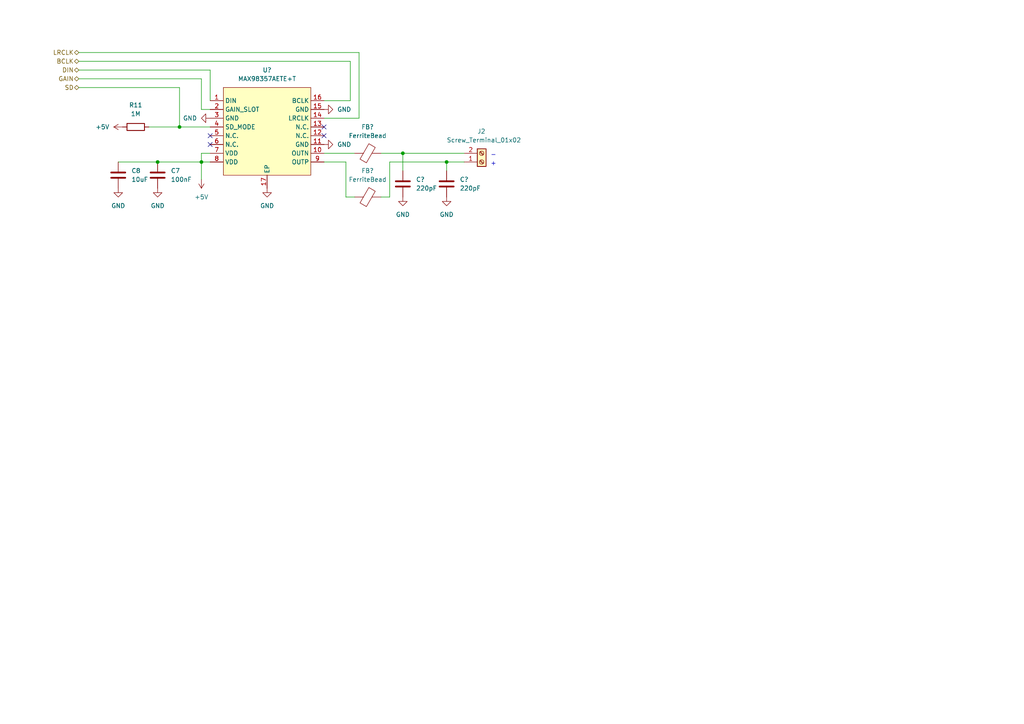
<source format=kicad_sch>
(kicad_sch (version 20230121) (generator eeschema)
  (paper "A4")
  (lib_symbols
    (symbol "Way to silence:C" (pin_numbers hide) (pin_names (offset 0.254))
      (property "Reference" "C" (at -3.81 1.27 0))
      (property "Value" "C" (at 2.54 1.27 0))
      (symbol "C_0_1"
        (polyline (pts (xy -0.762 -2.032) (xy -0.762 2.032)) (stroke (width 0.508)))
        (polyline (pts (xy 0.762 -2.032) (xy 0.762 2.032)) (stroke (width 0.508)))
      )
      (symbol "C_1_1"
        (pin passive line (at -3.81 0 0) (length 2.794) (name "~") (number "1"))
        (pin passive line (at 3.81 0 180) (length 2.794) (name "~") (number "2"))
      )
    )
    (symbol "Way to silence:FerriteBead" (pin_numbers hide) (pin_names (offset 0))
      (property "Reference" "FB" (at -0.635 -3.81 0))
      (property "Value" "FerriteBead" (at 0 3.81 0))
      (symbol "FerriteBead_0_1"
        (polyline (pts (xy -1.27 0) (xy -1.2954 0)))
        (polyline (pts (xy 1.27 0) (xy 1.2192 0)))
        (polyline (pts (xy -0.4064 -2.7686) (xy -2.2606 -1.7018) (xy 0.3048 2.7686) (xy 2.159 1.6764) (xy -0.4064 -2.7686)))
      )
      (symbol "FerriteBead_1_1"
        (pin passive line (at -3.81 0 0) (length 2.54) (name "~") (number "1"))
        (pin passive line (at 3.81 0 180) (length 2.54) (name "~") (number "2"))
      )
    )
    (symbol "Way to silence:MAX98357"
      (property "Reference" "U" (at 0 0 0))
      (property "Value" "MAX98357AETE+T" (at 0 19.05 0))
      (symbol "MAX98357_1_1"
        (rectangle (start -12.7 12.7) (end 12.7 -12.7) (fill (type background)))
        (pin passive line (at -16.51 8.89 0) (length 3.81) (name "DIN") (number "1"))
        (pin passive line (at 16.51 -6.35 180) (length 3.81) (name "OUTN") (number "10"))
        (pin passive line (at 16.51 -3.81 180) (length 3.81) (name "GND") (number "11"))
        (pin passive line (at 16.51 -1.27 180) (length 3.81) (name "N.C.") (number "12"))
        (pin passive line (at 16.51 1.27 180) (length 3.81) (name "N.C.") (number "13"))
        (pin passive line (at 16.51 3.81 180) (length 3.81) (name "LRCLK") (number "14"))
        (pin passive line (at 16.51 6.35 180) (length 3.81) (name "GND") (number "15"))
        (pin passive line (at 16.51 8.89 180) (length 3.81) (name "BCLK") (number "16"))
        (pin passive line (at 0 -16.51 90) (length 3.81) (name "EP") (number "17"))
        (pin passive line (at -16.51 6.35 0) (length 3.81) (name "GAIN_SLOT") (number "2"))
        (pin passive line (at -16.51 3.81 0) (length 3.81) (name "GND") (number "3"))
        (pin passive line (at -16.51 1.27 0) (length 3.81) (name "SD_MODE") (number "4"))
        (pin passive line (at -16.51 -1.27 0) (length 3.81) (name "N.C.") (number "5"))
        (pin passive line (at -16.51 -3.81 0) (length 3.81) (name "N.C.") (number "6"))
        (pin passive line (at -16.51 -6.35 0) (length 3.81) (name "VDD") (number "7"))
        (pin passive line (at -16.51 -8.89 0) (length 3.81) (name "VDD") (number "8"))
        (pin passive line (at 16.51 -8.89 180) (length 3.81) (name "OUTP") (number "9"))
      )
    )
    (symbol "Way to silence:R" (pin_numbers hide) (pin_names (offset 0))
      (property "Reference" "R" (at 0 2.032 0))
      (property "Value" "R" (at 0 0 0))
      (symbol "R_0_1"
        (rectangle (start 2.54 -1.016) (end -2.54 1.016) (stroke (width 0.254)))
      )
      (symbol "R_1_1"
        (pin passive line (at -3.81 0 0) (length 1.27) (name "~") (number "1"))
        (pin passive line (at 3.81 0 180) (length 1.27) (name "~") (number "2"))
      )
    )
    (symbol "Way to silence:Screw_Terminal_01x02" (pin_names (offset 1.016) hide)
      (property "Reference" "J" (at 0 2.54 0))
      (property "Value" "Screw_Terminal_01x02" (at 0 -5.08 0))
      (symbol "Screw_Terminal_01x02_1_1"
        (rectangle (start -1.27 1.27) (end 1.27 -3.81) (stroke (width 0.254)) (fill (type background)))
        (circle (center 0 -2.54) (radius 0.635) (stroke (width 0.1524)))
        (polyline (pts (xy -0.5334 -2.2098) (xy 0.3302 -3.048)) (stroke (width 0.1524)))
        (polyline (pts (xy -0.5334 0.3302) (xy 0.3302 -0.508)) (stroke (width 0.1524)))
        (polyline (pts (xy -0.3556 -2.032) (xy 0.508 -2.8702)) (stroke (width 0.1524)))
        (polyline (pts (xy -0.3556 0.508) (xy 0.508 -0.3302)) (stroke (width 0.1524)))
        (circle (center 0 0) (radius 0.635) (stroke (width 0.1524)))
        (pin passive line (at -5.08 -2.54 0) (length 3.81) (name "Pin_1") (number "1"))
        (pin passive line (at -5.08 0 0) (length 3.81) (name "Pin_2") (number "2"))
      )
    )
    (symbol "power:+5V" (power) (pin_names (offset 0))
      (property "Value" "+5V" (at 0 3.556 0))
      (symbol "+5V_0_1"
        (polyline (pts (xy -0.762 1.27) (xy 0 2.54)))
        (polyline (pts (xy 0 0) (xy 0 2.54)))
        (polyline (pts (xy 0 2.54) (xy 0.762 1.27)))
      )
      (symbol "+5V_1_1"
        (pin power_in line (at 0 0 90) (length 0) hide (name "+5V") (number "1"))
      )
    )
    (symbol "power:GND" (power) (pin_names (offset 0))
      (property "Value" "GND" (at 0 -3.81 0))
      (symbol "GND_0_1"
        (polyline (pts (xy 0 0) (xy 0 -1.27) (xy 1.27 -1.27) (xy 0 -2.54) (xy -1.27 -1.27) (xy 0 -1.27)))
      )
      (symbol "GND_1_1"
        (pin power_in line (at 0 0 270) (length 0) hide (name "GND") (number "1"))
      )
    )
  )
  (junction (at 45.72 46.99))
  (junction (at 58.42 46.99))
  (junction (at 129.54 46.99))
  (junction (at 52.07 36.83))
  (junction (at 116.84 44.45))
  (no_connect (at 93.98 39.37))
  (no_connect (at 60.96 39.37))
  (no_connect (at 60.96 41.91))
  (no_connect (at 93.98 36.83))
  (wire (pts (xy 60.96 29.21) (xy 60.96 20.32)))
  (wire (pts (xy 60.96 44.45) (xy 58.42 44.45)))
  (wire (pts (xy 113.03 57.15) (xy 113.03 46.99)))
  (wire (pts (xy 22.86 22.86) (xy 58.42 22.86)))
  (wire (pts (xy 100.33 57.15) (xy 102.87 57.15)))
  (wire (pts (xy 22.86 17.78) (xy 101.6 17.78)))
  (wire (pts (xy 22.86 15.24) (xy 104.14 15.24)))
  (wire (pts (xy 58.42 46.99) (xy 60.96 46.99)))
  (wire (pts (xy 93.98 29.21) (xy 101.6 29.21)))
  (wire (pts (xy 129.54 46.99) (xy 129.54 49.53)))
  (wire (pts (xy 60.96 36.83) (xy 52.07 36.83)))
  (wire (pts (xy 100.33 46.99) (xy 100.33 57.15)))
  (wire (pts (xy 116.84 44.45) (xy 116.84 49.53)))
  (wire (pts (xy 52.07 25.4) (xy 52.07 36.83)))
  (wire (pts (xy 45.72 46.99) (xy 58.42 46.99)))
  (wire (pts (xy 110.49 44.45) (xy 116.84 44.45)))
  (wire (pts (xy 93.98 44.45) (xy 102.87 44.45)))
  (wire (pts (xy 93.98 34.29) (xy 104.14 34.29)))
  (wire (pts (xy 60.96 31.75) (xy 58.42 31.75)))
  (wire (pts (xy 22.86 25.4) (xy 52.07 25.4)))
  (wire (pts (xy 93.98 46.99) (xy 100.33 46.99)))
  (wire (pts (xy 22.86 20.32) (xy 60.96 20.32)))
  (wire (pts (xy 58.42 44.45) (xy 58.42 46.99)))
  (wire (pts (xy 34.29 46.99) (xy 45.72 46.99)))
  (wire (pts (xy 58.42 46.99) (xy 58.42 52.07)))
  (wire (pts (xy 104.14 15.24) (xy 104.14 34.29)))
  (wire (pts (xy 58.42 31.75) (xy 58.42 22.86)))
  (wire (pts (xy 113.03 46.99) (xy 129.54 46.99)))
  (wire (pts (xy 110.49 57.15) (xy 113.03 57.15)))
  (wire (pts (xy 116.84 44.45) (xy 134.62 44.45)))
  (wire (pts (xy 43.18 36.83) (xy 52.07 36.83)))
  (wire (pts (xy 129.54 46.99) (xy 134.62 46.99)))
  (wire (pts (xy 101.6 29.21) (xy 101.6 17.78)))
  (text "-" (at 142.24 45.72 0) (effects (font (size 1.27 1.27)) (justify left bottom)))
  (text "+\n" (at 142.24 48.26 0) (effects (font (size 1.27 1.27)) (justify left bottom)))
  (hierarchical_label "DIN" (shape bidirectional) (at 22.86 20.32 180))
  (hierarchical_label "GAIN" (shape bidirectional) (at 22.86 22.86 180))
  (hierarchical_label "BCLK" (shape bidirectional) (at 22.86 17.78 180))
  (hierarchical_label "LRCLK" (shape bidirectional) (at 22.86 15.24 180))
  (hierarchical_label "SD" (shape bidirectional) (at 22.86 25.4 180))
  (symbol (lib_id "power:GND") (at 93.98 31.75 90) (unit 1)
    (property "Reference" "#PWR032" (effects hide))
    (property "Value" "GND" (at 97.79 31.75 90) (effects (justify right)))
  )
  (symbol (lib_id "power:GND") (at 116.84 57.15 0) (unit 1)
    (property "Reference" "#PWR?" (effects hide))
    (property "Value" "GND" (at 116.84 62.23 0))
    (instances (project "Way to silence" (path "" (reference "#PWR?") (unit 1)) (path "" (reference "#PWR026") (unit 1))))
  )
  (symbol (lib_id "Way to silence:C") (at 116.84 53.34 90) (unit 1)
    (property "Reference" "C?" (at 120.65 52.07 90) (effects (justify right)))
    (property "Value" "220pF" (at 120.65 54.61 90) (effects (justify right)))
    (property "Footprint" "Way to silence:C_0603_1608Metric" (effects hide))
    (instances (project "Way to silence" (path "" (reference "C?") (unit 1)) (path "" (reference "C5") (unit 1))))
  )
  (symbol (lib_id "Way to silence:R") (at 39.37 36.83 0) (unit 1)
    (property "Reference" "R11" (at 39.37 30.48 0))
    (property "Value" "1M" (at 39.37 33.02 0))
    (property "Footprint" "Way to silence:R_0603_1608Metric" (effects hide))
  )
  (symbol (lib_id "Way to silence:FerriteBead") (at 106.68 44.45 0) (unit 1)
    (property "Reference" "FB?" (at 106.6292 36.83 0))
    (property "Value" "FerriteBead" (at 106.6292 39.37 0))
    (instances (project "Way to silence" (path "" (reference "FB?") (unit 1)) (path "" (reference "FB1") (unit 1))))
  )
  (symbol (lib_id "power:GND") (at 129.54 57.15 0) (unit 1)
    (property "Reference" "#PWR?" (effects hide))
    (property "Value" "GND" (at 129.54 62.23 0))
    (instances (project "Way to silence" (path "" (reference "#PWR?") (unit 1)) (path "" (reference "#PWR027") (unit 1))))
  )
  (symbol (lib_id "Way to silence:C") (at 34.29 50.8 90) (unit 1)
    (property "Reference" "C8" (at 38.1 49.53 90) (effects (justify right)))
    (property "Value" "10uF" (at 38.1 52.07 90) (effects (justify right)))
    (property "Footprint" "Way to silence:C_0603_1608Metric" (effects hide))
  )
  (symbol (lib_id "power:GND") (at 77.47 54.61 0) (unit 1)
    (property "Reference" "#PWR035" (effects hide))
    (property "Value" "GND" (at 77.47 59.69 0))
  )
  (symbol (lib_id "Way to silence:MAX98357") (at 77.47 38.1 0) (unit 1)
    (property "Reference" "U?" (at 77.47 20.32 0))
    (property "Value" "MAX98357AETE+T" (at 77.47 22.86 0))
    (property "Footprint" "Way to silence:MAX98357" (effects hide))
    (instances (project "Way to silence" (path "" (reference "U?") (unit 1)) (path "" (reference "U4") (unit 1))))
  )
  (symbol (lib_id "power:GND") (at 34.29 54.61 0) (unit 1)
    (property "Reference" "#PWR029" (effects hide))
    (property "Value" "GND" (at 34.29 59.69 0))
  )
  (symbol (lib_id "Way to silence:FerriteBead") (at 106.68 57.15 0) (unit 1)
    (property "Reference" "FB?" (at 106.6292 49.53 0))
    (property "Value" "FerriteBead" (at 106.6292 52.07 0))
    (instances (project "Way to silence" (path "" (reference "FB?") (unit 1)) (path "" (reference "FB2") (unit 1))))
  )
  (symbol (lib_id "Way to silence:C") (at 129.54 53.34 90) (unit 1)
    (property "Reference" "C?" (at 133.35 52.07 90) (effects (justify right)))
    (property "Value" "220pF" (at 133.35 54.61 90) (effects (justify right)))
    (property "Footprint" "Way to silence:C_0603_1608Metric" (effects hide))
    (instances (project "Way to silence" (path "" (reference "C?") (unit 1)) (path "" (reference "C6") (unit 1))))
  )
  (symbol (lib_id "Way to silence:C") (at 45.72 50.8 90) (unit 1)
    (property "Reference" "C7" (at 49.53 49.53 90) (effects (justify right)))
    (property "Value" "100nF" (at 49.53 52.07 90) (effects (justify right)))
    (property "Footprint" "Way to silence:C_0603_1608Metric" (effects hide))
  )
  (symbol (lib_id "Way to silence:Screw_Terminal_01x02") (at 139.7 44.45 0) (unit 1)
    (property "Reference" "J2" (at 138.43 38.1 0) (effects (justify left)))
    (property "Value" "Screw_Terminal_01x02" (at 129.54 40.64 0) (effects (justify left)))
  )
  (symbol (lib_id "power:+5V") (at 35.56 36.83 90) (unit 1)
    (property "Reference" "#PWR031" (effects hide))
    (property "Value" "+5V" (at 31.75 36.83 90) (effects (justify left)))
  )
  (symbol (lib_id "power:GND") (at 93.98 41.91 90) (unit 1)
    (property "Reference" "#PWR033" (effects hide))
    (property "Value" "GND" (at 97.79 41.91 90) (effects (justify right)))
  )
  (symbol (lib_id "power:GND") (at 45.72 54.61 0) (unit 1)
    (property "Reference" "#PWR028" (effects hide))
    (property "Value" "GND" (at 45.72 59.69 0))
  )
  (symbol (lib_id "power:+5V") (at 58.42 52.07 180) (unit 1)
    (property "Reference" "#PWR030" (effects hide))
    (property "Value" "+5V" (at 58.42 57.15 0))
  )
  (symbol (lib_id "power:GND") (at 60.96 34.29 270) (unit 1)
    (property "Reference" "#PWR034" (effects hide))
    (property "Value" "GND" (at 57.15 34.29 90) (effects (justify right)))
  )
)
</source>
